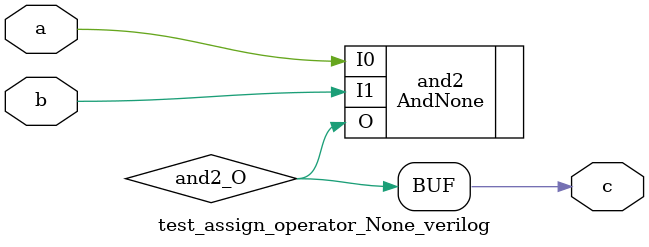
<source format=v>
module test_assign_operator_None_verilog (input  a, input  b, output  c);
wire  and2_O;
AndNone and2 (.I0(a), .I1(b), .O(and2_O));
assign c = and2_O;
endmodule


</source>
